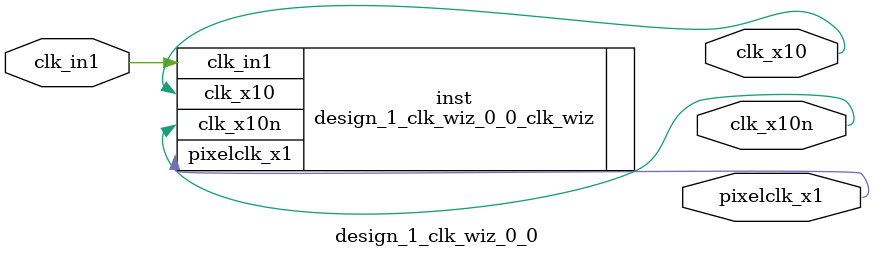
<source format=v>


`timescale 1ps/1ps

(* CORE_GENERATION_INFO = "design_1_clk_wiz_0_0,clk_wiz_v6_0_0_0,{component_name=design_1_clk_wiz_0_0,use_phase_alignment=false,use_min_o_jitter=false,use_max_i_jitter=false,use_dyn_phase_shift=false,use_inclk_switchover=false,use_dyn_reconfig=false,enable_axi=0,feedback_source=FDBK_AUTO,PRIMITIVE=MMCM,num_out_clk=3,clkin1_period=4.000,clkin2_period=10.0,use_power_down=false,use_reset=false,use_locked=false,use_inclk_stopped=false,feedback_type=SINGLE,CLOCK_MGR_TYPE=NA,manual_override=false}" *)

module design_1_clk_wiz_0_0 
 (
  // Clock out ports
  output        clk_x10,
  output        pixelclk_x1,
  output        clk_x10n,
 // Clock in ports
  input         clk_in1
 );

  design_1_clk_wiz_0_0_clk_wiz inst
  (
  // Clock out ports  
  .clk_x10(clk_x10),
  .pixelclk_x1(pixelclk_x1),
  .clk_x10n(clk_x10n),
 // Clock in ports
  .clk_in1(clk_in1)
  );

endmodule

</source>
